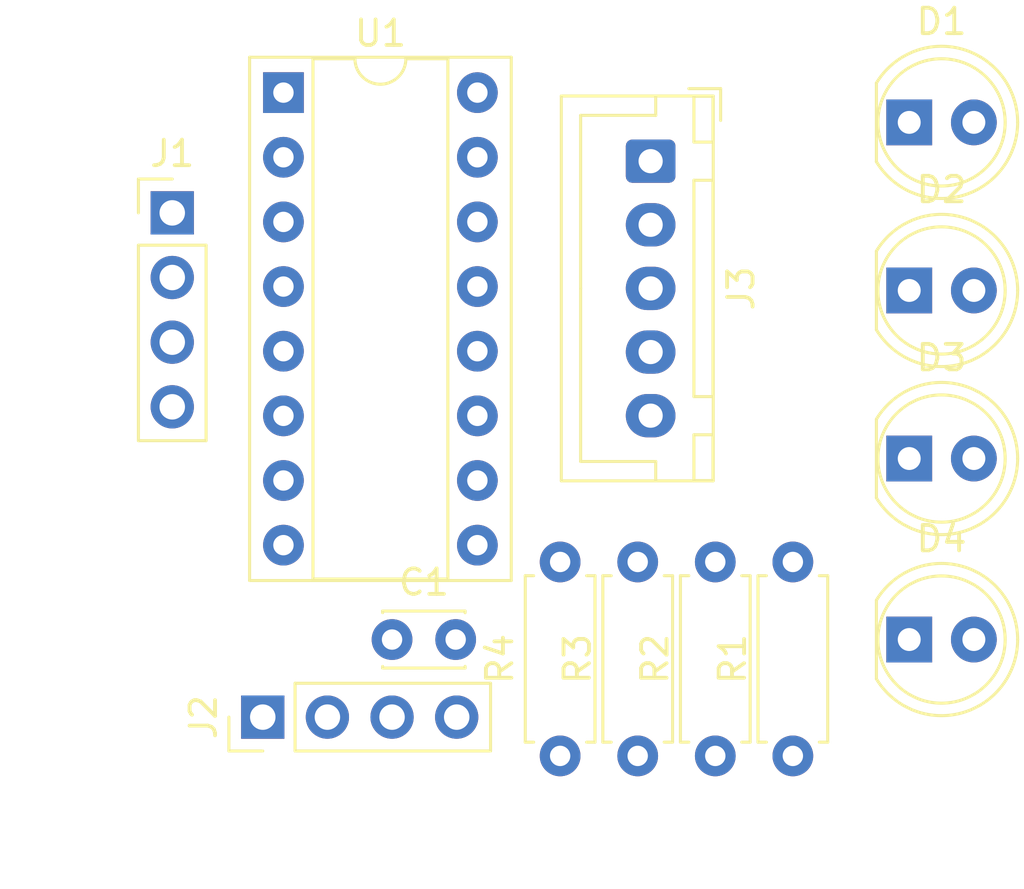
<source format=kicad_pcb>
(kicad_pcb (version 20171130) (host pcbnew 5.1.6-c6e7f7d~86~ubuntu18.04.1)

  (general
    (thickness 1.6)
    (drawings 0)
    (tracks 0)
    (zones 0)
    (modules 13)
    (nets 22)
  )

  (page A4)
  (layers
    (0 F.Cu signal)
    (31 B.Cu signal)
    (32 B.Adhes user)
    (33 F.Adhes user)
    (34 B.Paste user)
    (35 F.Paste user)
    (36 B.SilkS user)
    (37 F.SilkS user)
    (38 B.Mask user)
    (39 F.Mask user)
    (40 Dwgs.User user)
    (41 Cmts.User user)
    (42 Eco1.User user)
    (43 Eco2.User user)
    (44 Edge.Cuts user)
    (45 Margin user)
    (46 B.CrtYd user)
    (47 F.CrtYd user)
    (48 B.Fab user)
    (49 F.Fab user)
  )

  (setup
    (last_trace_width 0.25)
    (trace_clearance 0.2)
    (zone_clearance 0.508)
    (zone_45_only no)
    (trace_min 0.2)
    (via_size 0.8)
    (via_drill 0.4)
    (via_min_size 0.4)
    (via_min_drill 0.3)
    (uvia_size 0.3)
    (uvia_drill 0.1)
    (uvias_allowed no)
    (uvia_min_size 0.2)
    (uvia_min_drill 0.1)
    (edge_width 0.05)
    (segment_width 0.2)
    (pcb_text_width 0.3)
    (pcb_text_size 1.5 1.5)
    (mod_edge_width 0.12)
    (mod_text_size 1 1)
    (mod_text_width 0.15)
    (pad_size 1.524 1.524)
    (pad_drill 0.762)
    (pad_to_mask_clearance 0.05)
    (aux_axis_origin 0 0)
    (visible_elements FFFFFF7F)
    (pcbplotparams
      (layerselection 0x010fc_ffffffff)
      (usegerberextensions false)
      (usegerberattributes true)
      (usegerberadvancedattributes true)
      (creategerberjobfile true)
      (excludeedgelayer true)
      (linewidth 0.100000)
      (plotframeref false)
      (viasonmask false)
      (mode 1)
      (useauxorigin false)
      (hpglpennumber 1)
      (hpglpenspeed 20)
      (hpglpendiameter 15.000000)
      (psnegative false)
      (psa4output false)
      (plotreference true)
      (plotvalue true)
      (plotinvisibletext false)
      (padsonsilk false)
      (subtractmaskfromsilk false)
      (outputformat 1)
      (mirror false)
      (drillshape 1)
      (scaleselection 1)
      (outputdirectory ""))
  )

  (net 0 "")
  (net 1 +5V)
  (net 2 GND)
  (net 3 "Net-(D1-Pad1)")
  (net 4 "Net-(D1-Pad2)")
  (net 5 "Net-(D2-Pad2)")
  (net 6 "Net-(D2-Pad1)")
  (net 7 "Net-(D3-Pad1)")
  (net 8 "Net-(D3-Pad2)")
  (net 9 "Net-(D4-Pad2)")
  (net 10 "Net-(D4-Pad1)")
  (net 11 "Net-(J1-Pad1)")
  (net 12 "Net-(J1-Pad2)")
  (net 13 "Net-(J1-Pad3)")
  (net 14 "Net-(J1-Pad4)")
  (net 15 "Net-(J2-Pad4)")
  (net 16 "Net-(U1-Pad10)")
  (net 17 "Net-(U1-Pad11)")
  (net 18 "Net-(U1-Pad12)")
  (net 19 "Net-(U1-Pad5)")
  (net 20 "Net-(U1-Pad6)")
  (net 21 "Net-(U1-Pad7)")

  (net_class Default "This is the default net class."
    (clearance 0.2)
    (trace_width 0.25)
    (via_dia 0.8)
    (via_drill 0.4)
    (uvia_dia 0.3)
    (uvia_drill 0.1)
    (add_net +5V)
    (add_net GND)
    (add_net "Net-(D1-Pad1)")
    (add_net "Net-(D1-Pad2)")
    (add_net "Net-(D2-Pad1)")
    (add_net "Net-(D2-Pad2)")
    (add_net "Net-(D3-Pad1)")
    (add_net "Net-(D3-Pad2)")
    (add_net "Net-(D4-Pad1)")
    (add_net "Net-(D4-Pad2)")
    (add_net "Net-(J1-Pad1)")
    (add_net "Net-(J1-Pad2)")
    (add_net "Net-(J1-Pad3)")
    (add_net "Net-(J1-Pad4)")
    (add_net "Net-(J2-Pad4)")
    (add_net "Net-(U1-Pad10)")
    (add_net "Net-(U1-Pad11)")
    (add_net "Net-(U1-Pad12)")
    (add_net "Net-(U1-Pad5)")
    (add_net "Net-(U1-Pad6)")
    (add_net "Net-(U1-Pad7)")
  )

  (module Capacitor_THT:C_Disc_D3.0mm_W2.0mm_P2.50mm (layer F.Cu) (tedit 5AE50EF0) (tstamp 5ECC115F)
    (at 118.872 49.784)
    (descr "C, Disc series, Radial, pin pitch=2.50mm, , diameter*width=3*2mm^2, Capacitor")
    (tags "C Disc series Radial pin pitch 2.50mm  diameter 3mm width 2mm Capacitor")
    (path /5ECBD94B)
    (fp_text reference C1 (at 1.25 -2.25) (layer F.SilkS)
      (effects (font (size 1 1) (thickness 0.15)))
    )
    (fp_text value 10nF (at 1.25 2.25) (layer F.Fab)
      (effects (font (size 1 1) (thickness 0.15)))
    )
    (fp_line (start 3.55 -1.25) (end -1.05 -1.25) (layer F.CrtYd) (width 0.05))
    (fp_line (start 3.55 1.25) (end 3.55 -1.25) (layer F.CrtYd) (width 0.05))
    (fp_line (start -1.05 1.25) (end 3.55 1.25) (layer F.CrtYd) (width 0.05))
    (fp_line (start -1.05 -1.25) (end -1.05 1.25) (layer F.CrtYd) (width 0.05))
    (fp_line (start 2.87 1.055) (end 2.87 1.12) (layer F.SilkS) (width 0.12))
    (fp_line (start 2.87 -1.12) (end 2.87 -1.055) (layer F.SilkS) (width 0.12))
    (fp_line (start -0.37 1.055) (end -0.37 1.12) (layer F.SilkS) (width 0.12))
    (fp_line (start -0.37 -1.12) (end -0.37 -1.055) (layer F.SilkS) (width 0.12))
    (fp_line (start -0.37 1.12) (end 2.87 1.12) (layer F.SilkS) (width 0.12))
    (fp_line (start -0.37 -1.12) (end 2.87 -1.12) (layer F.SilkS) (width 0.12))
    (fp_line (start 2.75 -1) (end -0.25 -1) (layer F.Fab) (width 0.1))
    (fp_line (start 2.75 1) (end 2.75 -1) (layer F.Fab) (width 0.1))
    (fp_line (start -0.25 1) (end 2.75 1) (layer F.Fab) (width 0.1))
    (fp_line (start -0.25 -1) (end -0.25 1) (layer F.Fab) (width 0.1))
    (fp_text user %R (at 1.25 0) (layer F.Fab)
      (effects (font (size 0.6 0.6) (thickness 0.09)))
    )
    (pad 1 thru_hole circle (at 0 0) (size 1.6 1.6) (drill 0.8) (layers *.Cu *.Mask)
      (net 1 +5V))
    (pad 2 thru_hole circle (at 2.5 0) (size 1.6 1.6) (drill 0.8) (layers *.Cu *.Mask)
      (net 2 GND))
    (model ${KISYS3DMOD}/Capacitor_THT.3dshapes/C_Disc_D3.0mm_W2.0mm_P2.50mm.wrl
      (at (xyz 0 0 0))
      (scale (xyz 1 1 1))
      (rotate (xyz 0 0 0))
    )
  )

  (module LED_THT:LED_D5.0mm (layer F.Cu) (tedit 5995936A) (tstamp 5ECC1171)
    (at 139.192 29.464)
    (descr "LED, diameter 5.0mm, 2 pins, http://cdn-reichelt.de/documents/datenblatt/A500/LL-504BC2E-009.pdf")
    (tags "LED diameter 5.0mm 2 pins")
    (path /5ECC784A)
    (fp_text reference D1 (at 1.27 -3.96) (layer F.SilkS)
      (effects (font (size 1 1) (thickness 0.15)))
    )
    (fp_text value LED (at 1.27 3.96) (layer F.Fab)
      (effects (font (size 1 1) (thickness 0.15)))
    )
    (fp_line (start 4.5 -3.25) (end -1.95 -3.25) (layer F.CrtYd) (width 0.05))
    (fp_line (start 4.5 3.25) (end 4.5 -3.25) (layer F.CrtYd) (width 0.05))
    (fp_line (start -1.95 3.25) (end 4.5 3.25) (layer F.CrtYd) (width 0.05))
    (fp_line (start -1.95 -3.25) (end -1.95 3.25) (layer F.CrtYd) (width 0.05))
    (fp_line (start -1.29 -1.545) (end -1.29 1.545) (layer F.SilkS) (width 0.12))
    (fp_line (start -1.23 -1.469694) (end -1.23 1.469694) (layer F.Fab) (width 0.1))
    (fp_circle (center 1.27 0) (end 3.77 0) (layer F.SilkS) (width 0.12))
    (fp_circle (center 1.27 0) (end 3.77 0) (layer F.Fab) (width 0.1))
    (fp_arc (start 1.27 0) (end -1.23 -1.469694) (angle 299.1) (layer F.Fab) (width 0.1))
    (fp_arc (start 1.27 0) (end -1.29 -1.54483) (angle 148.9) (layer F.SilkS) (width 0.12))
    (fp_arc (start 1.27 0) (end -1.29 1.54483) (angle -148.9) (layer F.SilkS) (width 0.12))
    (fp_text user %R (at 1.25 0) (layer F.Fab)
      (effects (font (size 0.8 0.8) (thickness 0.2)))
    )
    (pad 1 thru_hole rect (at 0 0) (size 1.8 1.8) (drill 0.9) (layers *.Cu *.Mask)
      (net 3 "Net-(D1-Pad1)"))
    (pad 2 thru_hole circle (at 2.54 0) (size 1.8 1.8) (drill 0.9) (layers *.Cu *.Mask)
      (net 4 "Net-(D1-Pad2)"))
    (model ${KISYS3DMOD}/LED_THT.3dshapes/LED_D5.0mm.wrl
      (at (xyz 0 0 0))
      (scale (xyz 1 1 1))
      (rotate (xyz 0 0 0))
    )
  )

  (module LED_THT:LED_D5.0mm (layer F.Cu) (tedit 5995936A) (tstamp 5ECC1183)
    (at 139.192 36.068)
    (descr "LED, diameter 5.0mm, 2 pins, http://cdn-reichelt.de/documents/datenblatt/A500/LL-504BC2E-009.pdf")
    (tags "LED diameter 5.0mm 2 pins")
    (path /5ECC8050)
    (fp_text reference D2 (at 1.27 -3.96) (layer F.SilkS)
      (effects (font (size 1 1) (thickness 0.15)))
    )
    (fp_text value LED (at 1.27 3.96) (layer F.Fab)
      (effects (font (size 1 1) (thickness 0.15)))
    )
    (fp_text user %R (at 1.25 0) (layer F.Fab)
      (effects (font (size 0.8 0.8) (thickness 0.2)))
    )
    (fp_arc (start 1.27 0) (end -1.29 1.54483) (angle -148.9) (layer F.SilkS) (width 0.12))
    (fp_arc (start 1.27 0) (end -1.29 -1.54483) (angle 148.9) (layer F.SilkS) (width 0.12))
    (fp_arc (start 1.27 0) (end -1.23 -1.469694) (angle 299.1) (layer F.Fab) (width 0.1))
    (fp_circle (center 1.27 0) (end 3.77 0) (layer F.Fab) (width 0.1))
    (fp_circle (center 1.27 0) (end 3.77 0) (layer F.SilkS) (width 0.12))
    (fp_line (start -1.23 -1.469694) (end -1.23 1.469694) (layer F.Fab) (width 0.1))
    (fp_line (start -1.29 -1.545) (end -1.29 1.545) (layer F.SilkS) (width 0.12))
    (fp_line (start -1.95 -3.25) (end -1.95 3.25) (layer F.CrtYd) (width 0.05))
    (fp_line (start -1.95 3.25) (end 4.5 3.25) (layer F.CrtYd) (width 0.05))
    (fp_line (start 4.5 3.25) (end 4.5 -3.25) (layer F.CrtYd) (width 0.05))
    (fp_line (start 4.5 -3.25) (end -1.95 -3.25) (layer F.CrtYd) (width 0.05))
    (pad 2 thru_hole circle (at 2.54 0) (size 1.8 1.8) (drill 0.9) (layers *.Cu *.Mask)
      (net 5 "Net-(D2-Pad2)"))
    (pad 1 thru_hole rect (at 0 0) (size 1.8 1.8) (drill 0.9) (layers *.Cu *.Mask)
      (net 6 "Net-(D2-Pad1)"))
    (model ${KISYS3DMOD}/LED_THT.3dshapes/LED_D5.0mm.wrl
      (at (xyz 0 0 0))
      (scale (xyz 1 1 1))
      (rotate (xyz 0 0 0))
    )
  )

  (module LED_THT:LED_D5.0mm (layer F.Cu) (tedit 5995936A) (tstamp 5ECC1195)
    (at 139.192 42.672)
    (descr "LED, diameter 5.0mm, 2 pins, http://cdn-reichelt.de/documents/datenblatt/A500/LL-504BC2E-009.pdf")
    (tags "LED diameter 5.0mm 2 pins")
    (path /5ECC83D7)
    (fp_text reference D3 (at 1.27 -3.96) (layer F.SilkS)
      (effects (font (size 1 1) (thickness 0.15)))
    )
    (fp_text value LED (at 1.27 3.96) (layer F.Fab)
      (effects (font (size 1 1) (thickness 0.15)))
    )
    (fp_line (start 4.5 -3.25) (end -1.95 -3.25) (layer F.CrtYd) (width 0.05))
    (fp_line (start 4.5 3.25) (end 4.5 -3.25) (layer F.CrtYd) (width 0.05))
    (fp_line (start -1.95 3.25) (end 4.5 3.25) (layer F.CrtYd) (width 0.05))
    (fp_line (start -1.95 -3.25) (end -1.95 3.25) (layer F.CrtYd) (width 0.05))
    (fp_line (start -1.29 -1.545) (end -1.29 1.545) (layer F.SilkS) (width 0.12))
    (fp_line (start -1.23 -1.469694) (end -1.23 1.469694) (layer F.Fab) (width 0.1))
    (fp_circle (center 1.27 0) (end 3.77 0) (layer F.SilkS) (width 0.12))
    (fp_circle (center 1.27 0) (end 3.77 0) (layer F.Fab) (width 0.1))
    (fp_arc (start 1.27 0) (end -1.23 -1.469694) (angle 299.1) (layer F.Fab) (width 0.1))
    (fp_arc (start 1.27 0) (end -1.29 -1.54483) (angle 148.9) (layer F.SilkS) (width 0.12))
    (fp_arc (start 1.27 0) (end -1.29 1.54483) (angle -148.9) (layer F.SilkS) (width 0.12))
    (fp_text user %R (at 1.25 0) (layer F.Fab)
      (effects (font (size 0.8 0.8) (thickness 0.2)))
    )
    (pad 1 thru_hole rect (at 0 0) (size 1.8 1.8) (drill 0.9) (layers *.Cu *.Mask)
      (net 7 "Net-(D3-Pad1)"))
    (pad 2 thru_hole circle (at 2.54 0) (size 1.8 1.8) (drill 0.9) (layers *.Cu *.Mask)
      (net 8 "Net-(D3-Pad2)"))
    (model ${KISYS3DMOD}/LED_THT.3dshapes/LED_D5.0mm.wrl
      (at (xyz 0 0 0))
      (scale (xyz 1 1 1))
      (rotate (xyz 0 0 0))
    )
  )

  (module LED_THT:LED_D5.0mm (layer F.Cu) (tedit 5995936A) (tstamp 5ECC11A7)
    (at 139.192 49.784)
    (descr "LED, diameter 5.0mm, 2 pins, http://cdn-reichelt.de/documents/datenblatt/A500/LL-504BC2E-009.pdf")
    (tags "LED diameter 5.0mm 2 pins")
    (path /5ECC8777)
    (fp_text reference D4 (at 1.27 -3.96) (layer F.SilkS)
      (effects (font (size 1 1) (thickness 0.15)))
    )
    (fp_text value LED (at 1.27 3.96) (layer F.Fab)
      (effects (font (size 1 1) (thickness 0.15)))
    )
    (fp_text user %R (at 1.25 0) (layer F.Fab)
      (effects (font (size 0.8 0.8) (thickness 0.2)))
    )
    (fp_arc (start 1.27 0) (end -1.29 1.54483) (angle -148.9) (layer F.SilkS) (width 0.12))
    (fp_arc (start 1.27 0) (end -1.29 -1.54483) (angle 148.9) (layer F.SilkS) (width 0.12))
    (fp_arc (start 1.27 0) (end -1.23 -1.469694) (angle 299.1) (layer F.Fab) (width 0.1))
    (fp_circle (center 1.27 0) (end 3.77 0) (layer F.Fab) (width 0.1))
    (fp_circle (center 1.27 0) (end 3.77 0) (layer F.SilkS) (width 0.12))
    (fp_line (start -1.23 -1.469694) (end -1.23 1.469694) (layer F.Fab) (width 0.1))
    (fp_line (start -1.29 -1.545) (end -1.29 1.545) (layer F.SilkS) (width 0.12))
    (fp_line (start -1.95 -3.25) (end -1.95 3.25) (layer F.CrtYd) (width 0.05))
    (fp_line (start -1.95 3.25) (end 4.5 3.25) (layer F.CrtYd) (width 0.05))
    (fp_line (start 4.5 3.25) (end 4.5 -3.25) (layer F.CrtYd) (width 0.05))
    (fp_line (start 4.5 -3.25) (end -1.95 -3.25) (layer F.CrtYd) (width 0.05))
    (pad 2 thru_hole circle (at 2.54 0) (size 1.8 1.8) (drill 0.9) (layers *.Cu *.Mask)
      (net 9 "Net-(D4-Pad2)"))
    (pad 1 thru_hole rect (at 0 0) (size 1.8 1.8) (drill 0.9) (layers *.Cu *.Mask)
      (net 10 "Net-(D4-Pad1)"))
    (model ${KISYS3DMOD}/LED_THT.3dshapes/LED_D5.0mm.wrl
      (at (xyz 0 0 0))
      (scale (xyz 1 1 1))
      (rotate (xyz 0 0 0))
    )
  )

  (module Connector_PinHeader_2.54mm:PinHeader_1x04_P2.54mm_Vertical (layer F.Cu) (tedit 59FED5CC) (tstamp 5ECC11BF)
    (at 110.236 33.02)
    (descr "Through hole straight pin header, 1x04, 2.54mm pitch, single row")
    (tags "Through hole pin header THT 1x04 2.54mm single row")
    (path /5ECB719B)
    (fp_text reference J1 (at 0 -2.33) (layer F.SilkS)
      (effects (font (size 1 1) (thickness 0.15)))
    )
    (fp_text value Conn_01x04_Male (at 0 9.95) (layer F.Fab)
      (effects (font (size 1 1) (thickness 0.15)))
    )
    (fp_line (start 1.8 -1.8) (end -1.8 -1.8) (layer F.CrtYd) (width 0.05))
    (fp_line (start 1.8 9.4) (end 1.8 -1.8) (layer F.CrtYd) (width 0.05))
    (fp_line (start -1.8 9.4) (end 1.8 9.4) (layer F.CrtYd) (width 0.05))
    (fp_line (start -1.8 -1.8) (end -1.8 9.4) (layer F.CrtYd) (width 0.05))
    (fp_line (start -1.33 -1.33) (end 0 -1.33) (layer F.SilkS) (width 0.12))
    (fp_line (start -1.33 0) (end -1.33 -1.33) (layer F.SilkS) (width 0.12))
    (fp_line (start -1.33 1.27) (end 1.33 1.27) (layer F.SilkS) (width 0.12))
    (fp_line (start 1.33 1.27) (end 1.33 8.95) (layer F.SilkS) (width 0.12))
    (fp_line (start -1.33 1.27) (end -1.33 8.95) (layer F.SilkS) (width 0.12))
    (fp_line (start -1.33 8.95) (end 1.33 8.95) (layer F.SilkS) (width 0.12))
    (fp_line (start -1.27 -0.635) (end -0.635 -1.27) (layer F.Fab) (width 0.1))
    (fp_line (start -1.27 8.89) (end -1.27 -0.635) (layer F.Fab) (width 0.1))
    (fp_line (start 1.27 8.89) (end -1.27 8.89) (layer F.Fab) (width 0.1))
    (fp_line (start 1.27 -1.27) (end 1.27 8.89) (layer F.Fab) (width 0.1))
    (fp_line (start -0.635 -1.27) (end 1.27 -1.27) (layer F.Fab) (width 0.1))
    (fp_text user %R (at 0 3.81 90) (layer F.Fab)
      (effects (font (size 1 1) (thickness 0.15)))
    )
    (pad 1 thru_hole rect (at 0 0) (size 1.7 1.7) (drill 1) (layers *.Cu *.Mask)
      (net 11 "Net-(J1-Pad1)"))
    (pad 2 thru_hole oval (at 0 2.54) (size 1.7 1.7) (drill 1) (layers *.Cu *.Mask)
      (net 12 "Net-(J1-Pad2)"))
    (pad 3 thru_hole oval (at 0 5.08) (size 1.7 1.7) (drill 1) (layers *.Cu *.Mask)
      (net 13 "Net-(J1-Pad3)"))
    (pad 4 thru_hole oval (at 0 7.62) (size 1.7 1.7) (drill 1) (layers *.Cu *.Mask)
      (net 14 "Net-(J1-Pad4)"))
    (model ${KISYS3DMOD}/Connector_PinHeader_2.54mm.3dshapes/PinHeader_1x04_P2.54mm_Vertical.wrl
      (at (xyz 0 0 0))
      (scale (xyz 1 1 1))
      (rotate (xyz 0 0 0))
    )
  )

  (module Connector_PinHeader_2.54mm:PinHeader_1x04_P2.54mm_Vertical (layer F.Cu) (tedit 59FED5CC) (tstamp 5ECC11D7)
    (at 113.792 52.832 90)
    (descr "Through hole straight pin header, 1x04, 2.54mm pitch, single row")
    (tags "Through hole pin header THT 1x04 2.54mm single row")
    (path /5ECBC3B6)
    (fp_text reference J2 (at 0 -2.33 90) (layer F.SilkS)
      (effects (font (size 1 1) (thickness 0.15)))
    )
    (fp_text value Conn_01x04_Male (at 0 9.95 90) (layer F.Fab)
      (effects (font (size 1 1) (thickness 0.15)))
    )
    (fp_text user %R (at 0 3.81) (layer F.Fab)
      (effects (font (size 1 1) (thickness 0.15)))
    )
    (fp_line (start -0.635 -1.27) (end 1.27 -1.27) (layer F.Fab) (width 0.1))
    (fp_line (start 1.27 -1.27) (end 1.27 8.89) (layer F.Fab) (width 0.1))
    (fp_line (start 1.27 8.89) (end -1.27 8.89) (layer F.Fab) (width 0.1))
    (fp_line (start -1.27 8.89) (end -1.27 -0.635) (layer F.Fab) (width 0.1))
    (fp_line (start -1.27 -0.635) (end -0.635 -1.27) (layer F.Fab) (width 0.1))
    (fp_line (start -1.33 8.95) (end 1.33 8.95) (layer F.SilkS) (width 0.12))
    (fp_line (start -1.33 1.27) (end -1.33 8.95) (layer F.SilkS) (width 0.12))
    (fp_line (start 1.33 1.27) (end 1.33 8.95) (layer F.SilkS) (width 0.12))
    (fp_line (start -1.33 1.27) (end 1.33 1.27) (layer F.SilkS) (width 0.12))
    (fp_line (start -1.33 0) (end -1.33 -1.33) (layer F.SilkS) (width 0.12))
    (fp_line (start -1.33 -1.33) (end 0 -1.33) (layer F.SilkS) (width 0.12))
    (fp_line (start -1.8 -1.8) (end -1.8 9.4) (layer F.CrtYd) (width 0.05))
    (fp_line (start -1.8 9.4) (end 1.8 9.4) (layer F.CrtYd) (width 0.05))
    (fp_line (start 1.8 9.4) (end 1.8 -1.8) (layer F.CrtYd) (width 0.05))
    (fp_line (start 1.8 -1.8) (end -1.8 -1.8) (layer F.CrtYd) (width 0.05))
    (pad 4 thru_hole oval (at 0 7.62 90) (size 1.7 1.7) (drill 1) (layers *.Cu *.Mask)
      (net 15 "Net-(J2-Pad4)"))
    (pad 3 thru_hole oval (at 0 5.08 90) (size 1.7 1.7) (drill 1) (layers *.Cu *.Mask)
      (net 1 +5V))
    (pad 2 thru_hole oval (at 0 2.54 90) (size 1.7 1.7) (drill 1) (layers *.Cu *.Mask)
      (net 1 +5V))
    (pad 1 thru_hole rect (at 0 0 90) (size 1.7 1.7) (drill 1) (layers *.Cu *.Mask)
      (net 2 GND))
    (model ${KISYS3DMOD}/Connector_PinHeader_2.54mm.3dshapes/PinHeader_1x04_P2.54mm_Vertical.wrl
      (at (xyz 0 0 0))
      (scale (xyz 1 1 1))
      (rotate (xyz 0 0 0))
    )
  )

  (module Connector_JST:JST_XH_B5B-XH-A_1x05_P2.50mm_Vertical (layer F.Cu) (tedit 5C28146C) (tstamp 5ECC1203)
    (at 129.032 30.988 270)
    (descr "JST XH series connector, B5B-XH-A (http://www.jst-mfg.com/product/pdf/eng/eXH.pdf), generated with kicad-footprint-generator")
    (tags "connector JST XH vertical")
    (path /5ECB8A35)
    (fp_text reference J3 (at 5 -3.55 90) (layer F.SilkS)
      (effects (font (size 1 1) (thickness 0.15)))
    )
    (fp_text value Conn_01x05_Male (at 5 4.6 90) (layer F.Fab)
      (effects (font (size 1 1) (thickness 0.15)))
    )
    (fp_line (start -2.85 -2.75) (end -2.85 -1.5) (layer F.SilkS) (width 0.12))
    (fp_line (start -1.6 -2.75) (end -2.85 -2.75) (layer F.SilkS) (width 0.12))
    (fp_line (start 11.8 2.75) (end 5 2.75) (layer F.SilkS) (width 0.12))
    (fp_line (start 11.8 -0.2) (end 11.8 2.75) (layer F.SilkS) (width 0.12))
    (fp_line (start 12.55 -0.2) (end 11.8 -0.2) (layer F.SilkS) (width 0.12))
    (fp_line (start -1.8 2.75) (end 5 2.75) (layer F.SilkS) (width 0.12))
    (fp_line (start -1.8 -0.2) (end -1.8 2.75) (layer F.SilkS) (width 0.12))
    (fp_line (start -2.55 -0.2) (end -1.8 -0.2) (layer F.SilkS) (width 0.12))
    (fp_line (start 12.55 -2.45) (end 10.75 -2.45) (layer F.SilkS) (width 0.12))
    (fp_line (start 12.55 -1.7) (end 12.55 -2.45) (layer F.SilkS) (width 0.12))
    (fp_line (start 10.75 -1.7) (end 12.55 -1.7) (layer F.SilkS) (width 0.12))
    (fp_line (start 10.75 -2.45) (end 10.75 -1.7) (layer F.SilkS) (width 0.12))
    (fp_line (start -0.75 -2.45) (end -2.55 -2.45) (layer F.SilkS) (width 0.12))
    (fp_line (start -0.75 -1.7) (end -0.75 -2.45) (layer F.SilkS) (width 0.12))
    (fp_line (start -2.55 -1.7) (end -0.75 -1.7) (layer F.SilkS) (width 0.12))
    (fp_line (start -2.55 -2.45) (end -2.55 -1.7) (layer F.SilkS) (width 0.12))
    (fp_line (start 9.25 -2.45) (end 0.75 -2.45) (layer F.SilkS) (width 0.12))
    (fp_line (start 9.25 -1.7) (end 9.25 -2.45) (layer F.SilkS) (width 0.12))
    (fp_line (start 0.75 -1.7) (end 9.25 -1.7) (layer F.SilkS) (width 0.12))
    (fp_line (start 0.75 -2.45) (end 0.75 -1.7) (layer F.SilkS) (width 0.12))
    (fp_line (start 0 -1.35) (end 0.625 -2.35) (layer F.Fab) (width 0.1))
    (fp_line (start -0.625 -2.35) (end 0 -1.35) (layer F.Fab) (width 0.1))
    (fp_line (start 12.95 -2.85) (end -2.95 -2.85) (layer F.CrtYd) (width 0.05))
    (fp_line (start 12.95 3.9) (end 12.95 -2.85) (layer F.CrtYd) (width 0.05))
    (fp_line (start -2.95 3.9) (end 12.95 3.9) (layer F.CrtYd) (width 0.05))
    (fp_line (start -2.95 -2.85) (end -2.95 3.9) (layer F.CrtYd) (width 0.05))
    (fp_line (start 12.56 -2.46) (end -2.56 -2.46) (layer F.SilkS) (width 0.12))
    (fp_line (start 12.56 3.51) (end 12.56 -2.46) (layer F.SilkS) (width 0.12))
    (fp_line (start -2.56 3.51) (end 12.56 3.51) (layer F.SilkS) (width 0.12))
    (fp_line (start -2.56 -2.46) (end -2.56 3.51) (layer F.SilkS) (width 0.12))
    (fp_line (start 12.45 -2.35) (end -2.45 -2.35) (layer F.Fab) (width 0.1))
    (fp_line (start 12.45 3.4) (end 12.45 -2.35) (layer F.Fab) (width 0.1))
    (fp_line (start -2.45 3.4) (end 12.45 3.4) (layer F.Fab) (width 0.1))
    (fp_line (start -2.45 -2.35) (end -2.45 3.4) (layer F.Fab) (width 0.1))
    (fp_text user %R (at 5 2.7 90) (layer F.Fab)
      (effects (font (size 1 1) (thickness 0.15)))
    )
    (pad 1 thru_hole roundrect (at 0 0 270) (size 1.7 1.95) (drill 0.95) (layers *.Cu *.Mask) (roundrect_rratio 0.147059)
      (net 15 "Net-(J2-Pad4)"))
    (pad 2 thru_hole oval (at 2.5 0 270) (size 1.7 1.95) (drill 0.95) (layers *.Cu *.Mask)
      (net 3 "Net-(D1-Pad1)"))
    (pad 3 thru_hole oval (at 5 0 270) (size 1.7 1.95) (drill 0.95) (layers *.Cu *.Mask)
      (net 6 "Net-(D2-Pad1)"))
    (pad 4 thru_hole oval (at 7.5 0 270) (size 1.7 1.95) (drill 0.95) (layers *.Cu *.Mask)
      (net 7 "Net-(D3-Pad1)"))
    (pad 5 thru_hole oval (at 10 0 270) (size 1.7 1.95) (drill 0.95) (layers *.Cu *.Mask)
      (net 10 "Net-(D4-Pad1)"))
    (model ${KISYS3DMOD}/Connector_JST.3dshapes/JST_XH_B5B-XH-A_1x05_P2.50mm_Vertical.wrl
      (at (xyz 0 0 0))
      (scale (xyz 1 1 1))
      (rotate (xyz 0 0 0))
    )
  )

  (module Resistor_THT:R_Axial_DIN0207_L6.3mm_D2.5mm_P7.62mm_Horizontal (layer F.Cu) (tedit 5AE5139B) (tstamp 5ECC121A)
    (at 134.62 54.356 90)
    (descr "Resistor, Axial_DIN0207 series, Axial, Horizontal, pin pitch=7.62mm, 0.25W = 1/4W, length*diameter=6.3*2.5mm^2, http://cdn-reichelt.de/documents/datenblatt/B400/1_4W%23YAG.pdf")
    (tags "Resistor Axial_DIN0207 series Axial Horizontal pin pitch 7.62mm 0.25W = 1/4W length 6.3mm diameter 2.5mm")
    (path /5ECCCF3E)
    (fp_text reference R1 (at 3.81 -2.37 90) (layer F.SilkS)
      (effects (font (size 1 1) (thickness 0.15)))
    )
    (fp_text value 1k (at 3.81 2.37 90) (layer F.Fab)
      (effects (font (size 1 1) (thickness 0.15)))
    )
    (fp_line (start 8.67 -1.5) (end -1.05 -1.5) (layer F.CrtYd) (width 0.05))
    (fp_line (start 8.67 1.5) (end 8.67 -1.5) (layer F.CrtYd) (width 0.05))
    (fp_line (start -1.05 1.5) (end 8.67 1.5) (layer F.CrtYd) (width 0.05))
    (fp_line (start -1.05 -1.5) (end -1.05 1.5) (layer F.CrtYd) (width 0.05))
    (fp_line (start 7.08 1.37) (end 7.08 1.04) (layer F.SilkS) (width 0.12))
    (fp_line (start 0.54 1.37) (end 7.08 1.37) (layer F.SilkS) (width 0.12))
    (fp_line (start 0.54 1.04) (end 0.54 1.37) (layer F.SilkS) (width 0.12))
    (fp_line (start 7.08 -1.37) (end 7.08 -1.04) (layer F.SilkS) (width 0.12))
    (fp_line (start 0.54 -1.37) (end 7.08 -1.37) (layer F.SilkS) (width 0.12))
    (fp_line (start 0.54 -1.04) (end 0.54 -1.37) (layer F.SilkS) (width 0.12))
    (fp_line (start 7.62 0) (end 6.96 0) (layer F.Fab) (width 0.1))
    (fp_line (start 0 0) (end 0.66 0) (layer F.Fab) (width 0.1))
    (fp_line (start 6.96 -1.25) (end 0.66 -1.25) (layer F.Fab) (width 0.1))
    (fp_line (start 6.96 1.25) (end 6.96 -1.25) (layer F.Fab) (width 0.1))
    (fp_line (start 0.66 1.25) (end 6.96 1.25) (layer F.Fab) (width 0.1))
    (fp_line (start 0.66 -1.25) (end 0.66 1.25) (layer F.Fab) (width 0.1))
    (fp_text user %R (at 3.81 0 90) (layer F.Fab)
      (effects (font (size 1 1) (thickness 0.15)))
    )
    (pad 1 thru_hole circle (at 0 0 90) (size 1.6 1.6) (drill 0.8) (layers *.Cu *.Mask)
      (net 15 "Net-(J2-Pad4)"))
    (pad 2 thru_hole oval (at 7.62 0 90) (size 1.6 1.6) (drill 0.8) (layers *.Cu *.Mask)
      (net 4 "Net-(D1-Pad2)"))
    (model ${KISYS3DMOD}/Resistor_THT.3dshapes/R_Axial_DIN0207_L6.3mm_D2.5mm_P7.62mm_Horizontal.wrl
      (at (xyz 0 0 0))
      (scale (xyz 1 1 1))
      (rotate (xyz 0 0 0))
    )
  )

  (module Resistor_THT:R_Axial_DIN0207_L6.3mm_D2.5mm_P7.62mm_Horizontal (layer F.Cu) (tedit 5AE5139B) (tstamp 5ECC1231)
    (at 131.572 54.356 90)
    (descr "Resistor, Axial_DIN0207 series, Axial, Horizontal, pin pitch=7.62mm, 0.25W = 1/4W, length*diameter=6.3*2.5mm^2, http://cdn-reichelt.de/documents/datenblatt/B400/1_4W%23YAG.pdf")
    (tags "Resistor Axial_DIN0207 series Axial Horizontal pin pitch 7.62mm 0.25W = 1/4W length 6.3mm diameter 2.5mm")
    (path /5ECCD7AB)
    (fp_text reference R2 (at 3.81 -2.37 90) (layer F.SilkS)
      (effects (font (size 1 1) (thickness 0.15)))
    )
    (fp_text value 1k (at 3.81 2.37 90) (layer F.Fab)
      (effects (font (size 1 1) (thickness 0.15)))
    )
    (fp_text user %R (at 3.81 0 90) (layer F.Fab)
      (effects (font (size 1 1) (thickness 0.15)))
    )
    (fp_line (start 0.66 -1.25) (end 0.66 1.25) (layer F.Fab) (width 0.1))
    (fp_line (start 0.66 1.25) (end 6.96 1.25) (layer F.Fab) (width 0.1))
    (fp_line (start 6.96 1.25) (end 6.96 -1.25) (layer F.Fab) (width 0.1))
    (fp_line (start 6.96 -1.25) (end 0.66 -1.25) (layer F.Fab) (width 0.1))
    (fp_line (start 0 0) (end 0.66 0) (layer F.Fab) (width 0.1))
    (fp_line (start 7.62 0) (end 6.96 0) (layer F.Fab) (width 0.1))
    (fp_line (start 0.54 -1.04) (end 0.54 -1.37) (layer F.SilkS) (width 0.12))
    (fp_line (start 0.54 -1.37) (end 7.08 -1.37) (layer F.SilkS) (width 0.12))
    (fp_line (start 7.08 -1.37) (end 7.08 -1.04) (layer F.SilkS) (width 0.12))
    (fp_line (start 0.54 1.04) (end 0.54 1.37) (layer F.SilkS) (width 0.12))
    (fp_line (start 0.54 1.37) (end 7.08 1.37) (layer F.SilkS) (width 0.12))
    (fp_line (start 7.08 1.37) (end 7.08 1.04) (layer F.SilkS) (width 0.12))
    (fp_line (start -1.05 -1.5) (end -1.05 1.5) (layer F.CrtYd) (width 0.05))
    (fp_line (start -1.05 1.5) (end 8.67 1.5) (layer F.CrtYd) (width 0.05))
    (fp_line (start 8.67 1.5) (end 8.67 -1.5) (layer F.CrtYd) (width 0.05))
    (fp_line (start 8.67 -1.5) (end -1.05 -1.5) (layer F.CrtYd) (width 0.05))
    (pad 2 thru_hole oval (at 7.62 0 90) (size 1.6 1.6) (drill 0.8) (layers *.Cu *.Mask)
      (net 5 "Net-(D2-Pad2)"))
    (pad 1 thru_hole circle (at 0 0 90) (size 1.6 1.6) (drill 0.8) (layers *.Cu *.Mask)
      (net 15 "Net-(J2-Pad4)"))
    (model ${KISYS3DMOD}/Resistor_THT.3dshapes/R_Axial_DIN0207_L6.3mm_D2.5mm_P7.62mm_Horizontal.wrl
      (at (xyz 0 0 0))
      (scale (xyz 1 1 1))
      (rotate (xyz 0 0 0))
    )
  )

  (module Resistor_THT:R_Axial_DIN0207_L6.3mm_D2.5mm_P7.62mm_Horizontal (layer F.Cu) (tedit 5AE5139B) (tstamp 5ECC1248)
    (at 128.524 54.356 90)
    (descr "Resistor, Axial_DIN0207 series, Axial, Horizontal, pin pitch=7.62mm, 0.25W = 1/4W, length*diameter=6.3*2.5mm^2, http://cdn-reichelt.de/documents/datenblatt/B400/1_4W%23YAG.pdf")
    (tags "Resistor Axial_DIN0207 series Axial Horizontal pin pitch 7.62mm 0.25W = 1/4W length 6.3mm diameter 2.5mm")
    (path /5ECCDC29)
    (fp_text reference R3 (at 3.81 -2.37 90) (layer F.SilkS)
      (effects (font (size 1 1) (thickness 0.15)))
    )
    (fp_text value 1k (at 3.81 2.37 90) (layer F.Fab)
      (effects (font (size 1 1) (thickness 0.15)))
    )
    (fp_line (start 8.67 -1.5) (end -1.05 -1.5) (layer F.CrtYd) (width 0.05))
    (fp_line (start 8.67 1.5) (end 8.67 -1.5) (layer F.CrtYd) (width 0.05))
    (fp_line (start -1.05 1.5) (end 8.67 1.5) (layer F.CrtYd) (width 0.05))
    (fp_line (start -1.05 -1.5) (end -1.05 1.5) (layer F.CrtYd) (width 0.05))
    (fp_line (start 7.08 1.37) (end 7.08 1.04) (layer F.SilkS) (width 0.12))
    (fp_line (start 0.54 1.37) (end 7.08 1.37) (layer F.SilkS) (width 0.12))
    (fp_line (start 0.54 1.04) (end 0.54 1.37) (layer F.SilkS) (width 0.12))
    (fp_line (start 7.08 -1.37) (end 7.08 -1.04) (layer F.SilkS) (width 0.12))
    (fp_line (start 0.54 -1.37) (end 7.08 -1.37) (layer F.SilkS) (width 0.12))
    (fp_line (start 0.54 -1.04) (end 0.54 -1.37) (layer F.SilkS) (width 0.12))
    (fp_line (start 7.62 0) (end 6.96 0) (layer F.Fab) (width 0.1))
    (fp_line (start 0 0) (end 0.66 0) (layer F.Fab) (width 0.1))
    (fp_line (start 6.96 -1.25) (end 0.66 -1.25) (layer F.Fab) (width 0.1))
    (fp_line (start 6.96 1.25) (end 6.96 -1.25) (layer F.Fab) (width 0.1))
    (fp_line (start 0.66 1.25) (end 6.96 1.25) (layer F.Fab) (width 0.1))
    (fp_line (start 0.66 -1.25) (end 0.66 1.25) (layer F.Fab) (width 0.1))
    (fp_text user %R (at 3.81 0 90) (layer F.Fab)
      (effects (font (size 1 1) (thickness 0.15)))
    )
    (pad 1 thru_hole circle (at 0 0 90) (size 1.6 1.6) (drill 0.8) (layers *.Cu *.Mask)
      (net 15 "Net-(J2-Pad4)"))
    (pad 2 thru_hole oval (at 7.62 0 90) (size 1.6 1.6) (drill 0.8) (layers *.Cu *.Mask)
      (net 8 "Net-(D3-Pad2)"))
    (model ${KISYS3DMOD}/Resistor_THT.3dshapes/R_Axial_DIN0207_L6.3mm_D2.5mm_P7.62mm_Horizontal.wrl
      (at (xyz 0 0 0))
      (scale (xyz 1 1 1))
      (rotate (xyz 0 0 0))
    )
  )

  (module Resistor_THT:R_Axial_DIN0207_L6.3mm_D2.5mm_P7.62mm_Horizontal (layer F.Cu) (tedit 5AE5139B) (tstamp 5ECC125F)
    (at 125.476 54.356 90)
    (descr "Resistor, Axial_DIN0207 series, Axial, Horizontal, pin pitch=7.62mm, 0.25W = 1/4W, length*diameter=6.3*2.5mm^2, http://cdn-reichelt.de/documents/datenblatt/B400/1_4W%23YAG.pdf")
    (tags "Resistor Axial_DIN0207 series Axial Horizontal pin pitch 7.62mm 0.25W = 1/4W length 6.3mm diameter 2.5mm")
    (path /5ECCDF3B)
    (fp_text reference R4 (at 3.81 -2.37 90) (layer F.SilkS)
      (effects (font (size 1 1) (thickness 0.15)))
    )
    (fp_text value 1k (at 3.81 2.37 90) (layer F.Fab)
      (effects (font (size 1 1) (thickness 0.15)))
    )
    (fp_text user %R (at 3.81 0 90) (layer F.Fab)
      (effects (font (size 1 1) (thickness 0.15)))
    )
    (fp_line (start 0.66 -1.25) (end 0.66 1.25) (layer F.Fab) (width 0.1))
    (fp_line (start 0.66 1.25) (end 6.96 1.25) (layer F.Fab) (width 0.1))
    (fp_line (start 6.96 1.25) (end 6.96 -1.25) (layer F.Fab) (width 0.1))
    (fp_line (start 6.96 -1.25) (end 0.66 -1.25) (layer F.Fab) (width 0.1))
    (fp_line (start 0 0) (end 0.66 0) (layer F.Fab) (width 0.1))
    (fp_line (start 7.62 0) (end 6.96 0) (layer F.Fab) (width 0.1))
    (fp_line (start 0.54 -1.04) (end 0.54 -1.37) (layer F.SilkS) (width 0.12))
    (fp_line (start 0.54 -1.37) (end 7.08 -1.37) (layer F.SilkS) (width 0.12))
    (fp_line (start 7.08 -1.37) (end 7.08 -1.04) (layer F.SilkS) (width 0.12))
    (fp_line (start 0.54 1.04) (end 0.54 1.37) (layer F.SilkS) (width 0.12))
    (fp_line (start 0.54 1.37) (end 7.08 1.37) (layer F.SilkS) (width 0.12))
    (fp_line (start 7.08 1.37) (end 7.08 1.04) (layer F.SilkS) (width 0.12))
    (fp_line (start -1.05 -1.5) (end -1.05 1.5) (layer F.CrtYd) (width 0.05))
    (fp_line (start -1.05 1.5) (end 8.67 1.5) (layer F.CrtYd) (width 0.05))
    (fp_line (start 8.67 1.5) (end 8.67 -1.5) (layer F.CrtYd) (width 0.05))
    (fp_line (start 8.67 -1.5) (end -1.05 -1.5) (layer F.CrtYd) (width 0.05))
    (pad 2 thru_hole oval (at 7.62 0 90) (size 1.6 1.6) (drill 0.8) (layers *.Cu *.Mask)
      (net 9 "Net-(D4-Pad2)"))
    (pad 1 thru_hole circle (at 0 0 90) (size 1.6 1.6) (drill 0.8) (layers *.Cu *.Mask)
      (net 15 "Net-(J2-Pad4)"))
    (model ${KISYS3DMOD}/Resistor_THT.3dshapes/R_Axial_DIN0207_L6.3mm_D2.5mm_P7.62mm_Horizontal.wrl
      (at (xyz 0 0 0))
      (scale (xyz 1 1 1))
      (rotate (xyz 0 0 0))
    )
  )

  (module Package_DIP:DIP-16_W7.62mm_Socket (layer F.Cu) (tedit 5A02E8C5) (tstamp 5ECC128B)
    (at 114.605001 28.295001)
    (descr "16-lead though-hole mounted DIP package, row spacing 7.62 mm (300 mils), Socket")
    (tags "THT DIP DIL PDIP 2.54mm 7.62mm 300mil Socket")
    (path /5ECB685D)
    (fp_text reference U1 (at 3.81 -2.33) (layer F.SilkS)
      (effects (font (size 1 1) (thickness 0.15)))
    )
    (fp_text value ULN2003 (at 3.81 20.11) (layer F.Fab)
      (effects (font (size 1 1) (thickness 0.15)))
    )
    (fp_line (start 9.15 -1.6) (end -1.55 -1.6) (layer F.CrtYd) (width 0.05))
    (fp_line (start 9.15 19.4) (end 9.15 -1.6) (layer F.CrtYd) (width 0.05))
    (fp_line (start -1.55 19.4) (end 9.15 19.4) (layer F.CrtYd) (width 0.05))
    (fp_line (start -1.55 -1.6) (end -1.55 19.4) (layer F.CrtYd) (width 0.05))
    (fp_line (start 8.95 -1.39) (end -1.33 -1.39) (layer F.SilkS) (width 0.12))
    (fp_line (start 8.95 19.17) (end 8.95 -1.39) (layer F.SilkS) (width 0.12))
    (fp_line (start -1.33 19.17) (end 8.95 19.17) (layer F.SilkS) (width 0.12))
    (fp_line (start -1.33 -1.39) (end -1.33 19.17) (layer F.SilkS) (width 0.12))
    (fp_line (start 6.46 -1.33) (end 4.81 -1.33) (layer F.SilkS) (width 0.12))
    (fp_line (start 6.46 19.11) (end 6.46 -1.33) (layer F.SilkS) (width 0.12))
    (fp_line (start 1.16 19.11) (end 6.46 19.11) (layer F.SilkS) (width 0.12))
    (fp_line (start 1.16 -1.33) (end 1.16 19.11) (layer F.SilkS) (width 0.12))
    (fp_line (start 2.81 -1.33) (end 1.16 -1.33) (layer F.SilkS) (width 0.12))
    (fp_line (start 8.89 -1.33) (end -1.27 -1.33) (layer F.Fab) (width 0.1))
    (fp_line (start 8.89 19.11) (end 8.89 -1.33) (layer F.Fab) (width 0.1))
    (fp_line (start -1.27 19.11) (end 8.89 19.11) (layer F.Fab) (width 0.1))
    (fp_line (start -1.27 -1.33) (end -1.27 19.11) (layer F.Fab) (width 0.1))
    (fp_line (start 0.635 -0.27) (end 1.635 -1.27) (layer F.Fab) (width 0.1))
    (fp_line (start 0.635 19.05) (end 0.635 -0.27) (layer F.Fab) (width 0.1))
    (fp_line (start 6.985 19.05) (end 0.635 19.05) (layer F.Fab) (width 0.1))
    (fp_line (start 6.985 -1.27) (end 6.985 19.05) (layer F.Fab) (width 0.1))
    (fp_line (start 1.635 -1.27) (end 6.985 -1.27) (layer F.Fab) (width 0.1))
    (fp_arc (start 3.81 -1.33) (end 2.81 -1.33) (angle -180) (layer F.SilkS) (width 0.12))
    (fp_text user %R (at 3.81 8.89) (layer F.Fab)
      (effects (font (size 1 1) (thickness 0.15)))
    )
    (pad 1 thru_hole rect (at 0 0) (size 1.6 1.6) (drill 0.8) (layers *.Cu *.Mask)
      (net 11 "Net-(J1-Pad1)"))
    (pad 9 thru_hole oval (at 7.62 17.78) (size 1.6 1.6) (drill 0.8) (layers *.Cu *.Mask)
      (net 1 +5V))
    (pad 2 thru_hole oval (at 0 2.54) (size 1.6 1.6) (drill 0.8) (layers *.Cu *.Mask)
      (net 12 "Net-(J1-Pad2)"))
    (pad 10 thru_hole oval (at 7.62 15.24) (size 1.6 1.6) (drill 0.8) (layers *.Cu *.Mask)
      (net 16 "Net-(U1-Pad10)"))
    (pad 3 thru_hole oval (at 0 5.08) (size 1.6 1.6) (drill 0.8) (layers *.Cu *.Mask)
      (net 13 "Net-(J1-Pad3)"))
    (pad 11 thru_hole oval (at 7.62 12.7) (size 1.6 1.6) (drill 0.8) (layers *.Cu *.Mask)
      (net 17 "Net-(U1-Pad11)"))
    (pad 4 thru_hole oval (at 0 7.62) (size 1.6 1.6) (drill 0.8) (layers *.Cu *.Mask)
      (net 14 "Net-(J1-Pad4)"))
    (pad 12 thru_hole oval (at 7.62 10.16) (size 1.6 1.6) (drill 0.8) (layers *.Cu *.Mask)
      (net 18 "Net-(U1-Pad12)"))
    (pad 5 thru_hole oval (at 0 10.16) (size 1.6 1.6) (drill 0.8) (layers *.Cu *.Mask)
      (net 19 "Net-(U1-Pad5)"))
    (pad 13 thru_hole oval (at 7.62 7.62) (size 1.6 1.6) (drill 0.8) (layers *.Cu *.Mask)
      (net 10 "Net-(D4-Pad1)"))
    (pad 6 thru_hole oval (at 0 12.7) (size 1.6 1.6) (drill 0.8) (layers *.Cu *.Mask)
      (net 20 "Net-(U1-Pad6)"))
    (pad 14 thru_hole oval (at 7.62 5.08) (size 1.6 1.6) (drill 0.8) (layers *.Cu *.Mask)
      (net 7 "Net-(D3-Pad1)"))
    (pad 7 thru_hole oval (at 0 15.24) (size 1.6 1.6) (drill 0.8) (layers *.Cu *.Mask)
      (net 21 "Net-(U1-Pad7)"))
    (pad 15 thru_hole oval (at 7.62 2.54) (size 1.6 1.6) (drill 0.8) (layers *.Cu *.Mask)
      (net 6 "Net-(D2-Pad1)"))
    (pad 8 thru_hole oval (at 0 17.78) (size 1.6 1.6) (drill 0.8) (layers *.Cu *.Mask)
      (net 2 GND))
    (pad 16 thru_hole oval (at 7.62 0) (size 1.6 1.6) (drill 0.8) (layers *.Cu *.Mask)
      (net 3 "Net-(D1-Pad1)"))
    (model ${KISYS3DMOD}/Package_DIP.3dshapes/DIP-16_W7.62mm_Socket.wrl
      (at (xyz 0 0 0))
      (scale (xyz 1 1 1))
      (rotate (xyz 0 0 0))
    )
  )

)

</source>
